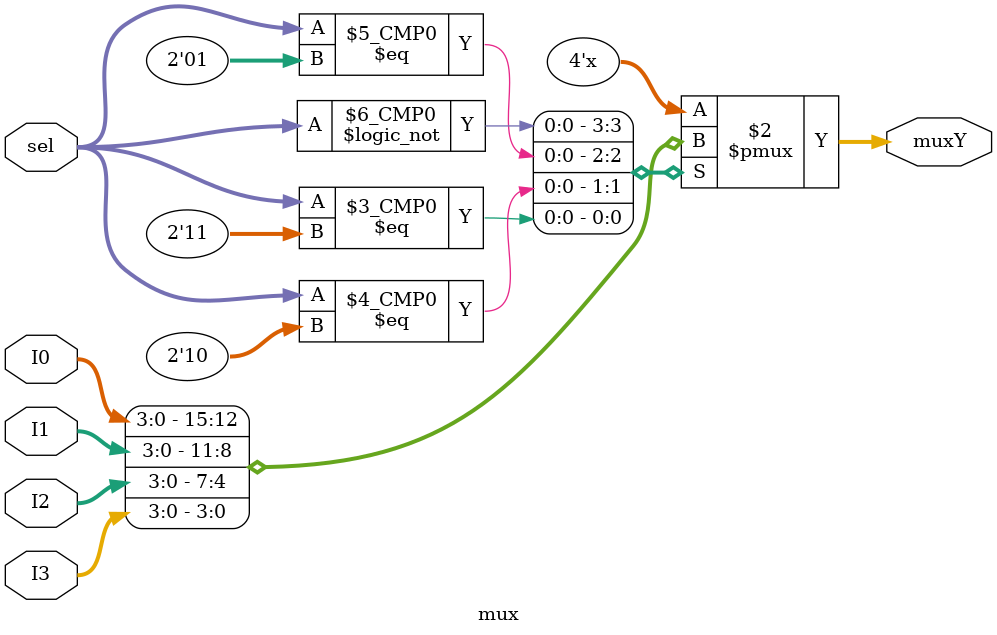
<source format=v>
`timescale 1ns / 1ps


module mux(
input [3:0] I0, I1, I2, I3,
    input [1:0] sel,
    output reg [3:0] muxY
);

always @ (*) begin
    case(sel)
        4'b00: muxY <= I0;
        4'b01: muxY <= I1;
        4'b10: muxY <= I2;
        4'b11: muxY <= I3; 
    endcase
end
endmodule

</source>
